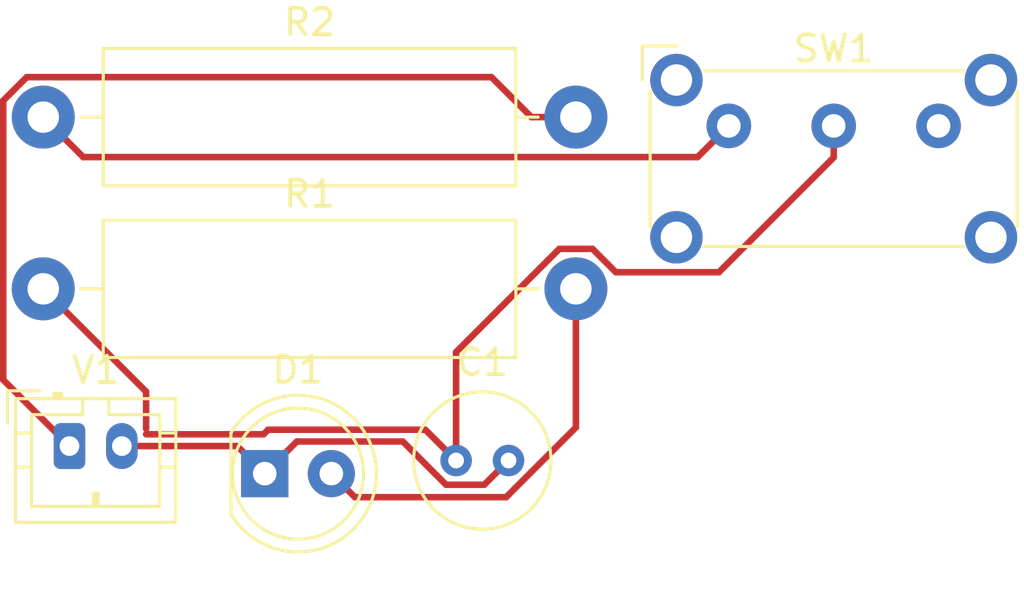
<source format=kicad_pcb>
(kicad_pcb (version 20211014) (generator pcbnew)
  (layers (0 "F.Cu" signal) (31 "B.Cu" signal) (34 "B.Paste" user) (35 "F.Paste" user) (36 "B.SilkS" user "B.Silkscreen") (37 "F.SilkS" user "F.Silkscreen") (38 "B.Mask" user) (39 "F.Mask" user) (44 "Edge.Cuts" user))
  (net 0 "")
  (net 1 "Net-(C1-Pad1)")
  (net 2 "Net-(C1-Pad2)")
  (net 3 "Net-(R1-Pad2)")
  (net 4 "Net-(R2-Pad1)")
  (net 5 "Net-(R2-Pad2)")
  (footprint "Capacitor_THT:C_Radial_D5.0mm_H5.0mm_P2.00mm" (layer "F.Cu") (at 144.78 96.52)
    (fp_text reference "C1" (at 1 -3.75) (layer "F.SilkS"))
    (fp_text value "4.7 uF")
    (fp_circle (center 1 0) (end 3.62 0) (layer "F.SilkS") (width 0.12) (fill none))
    (pad "1" thru_hole circle (at 0 0) (size 1.2 1.2) (drill 0.6) (layers *.Cu *.Mask) (net 1 "Net-(C1-Pad1)"))
    (pad "2" thru_hole circle (at 2 0) (size 1.2 1.2) (drill 0.6) (layers *.Cu *.Mask) (net 2 "Net-(C1-Pad2)"))
  )
  (footprint "Button_Switch_THT:SW_E-Switch_EG1224_SPDT_Angled" (layer "F.Cu") (at 155.185 83.755)
    (fp_text reference "SW1" (at 4 -2.95) (layer "F.SilkS"))
    (fp_text value "SW_SPST")
    (fp_line (start -3.3 -1.75) (end -3.3 -3.05) (layer "F.SilkS") (width 0.12))
    (fp_line (start -3 3.85) (end -3 -1.35) (layer "F.SilkS") (width 0.12))
    (fp_line (start -0.95 -2.1) (end 8.95 -2.1) (layer "F.SilkS") (width 0.12))
    (fp_line (start 11 -1.35) (end 11 3.85) (layer "F.SilkS") (width 0.12))
    (fp_line (start -3.3 -3.05) (end -2 -3.05) (layer "F.SilkS") (width 0.12))
    (fp_line (start 8.95 4.6) (end -0.95 4.6) (layer "F.SilkS") (width 0.12))
    (pad "" thru_hole circle (at 10 4.25) (size 2 2) (drill 1.2) (layers *.Cu *.Mask))
    (pad "" thru_hole circle (at -2 -1.75) (size 2 2) (drill 1.2) (layers *.Cu *.Mask))
    (pad "" thru_hole circle (at -2 4.25) (size 2 2) (drill 1.2) (layers *.Cu *.Mask))
    (pad "" thru_hole circle (at 10 -1.75) (size 2 2) (drill 1.2) (layers *.Cu *.Mask))
    (pad "1" thru_hole circle (at 0 0) (size 1.7 1.7) (drill 0.9) (layers *.Cu *.Mask) (net 4 "Net-(R2-Pad1)"))
    (pad "2" thru_hole circle (at 4 0) (size 1.7 1.7) (drill 0.9) (layers *.Cu *.Mask) (net 1 "Net-(C1-Pad1)"))
    (pad "3" thru_hole circle (at 8 0) (size 1.7 1.7) (drill 0.9) (layers *.Cu *.Mask))
  )
  (footprint "LED_THT:LED_D5.0mm" (layer "F.Cu") (at 137.48 97.02)
    (fp_text reference "D1" (at 1.27 -3.96) (layer "F.SilkS"))
    (fp_text value "LED")
    (fp_line (start -1.29 -1.545) (end -1.29 1.545) (layer "F.SilkS") (width 0.12))
    (fp_arc (start -1.29 -1.54483) (mid 2.072002 -2.880433) (end 4.26 0.000462) (layer "F.SilkS") (width 0.12))
    (fp_arc (start 4.26 -0.000462) (mid 2.072002 2.880433) (end -1.29 1.54483) (layer "F.SilkS") (width 0.12))
    (fp_circle (center 1.27 0) (end 3.77 0) (layer "F.SilkS") (width 0.12) (fill none))
    (pad "1" thru_hole rect (at 0 0) (size 1.8 1.8) (drill 0.9) (layers *.Cu *.Mask) (net 2 "Net-(C1-Pad2)"))
    (pad "2" thru_hole circle (at 2.54 0) (size 1.8 1.8) (drill 0.9) (layers *.Cu *.Mask) (net 3 "Net-(R1-Pad2)"))
  )
  (footprint "Resistor_THT:R_Axial_DIN0516_L15.5mm_D5.0mm_P20.32mm_Horizontal" (layer "F.Cu") (at 129.03 83.42)
    (fp_text reference "R2" (at 10.16 -3.62) (layer "F.SilkS"))
    (fp_text value "2.2 k")
    (fp_line (start 18.88 0) (end 18.03 0) (layer "F.SilkS") (width 0.12))
    (fp_line (start 1.44 0) (end 2.29 0) (layer "F.SilkS") (width 0.12))
    (fp_line (start 2.29 -2.62) (end 2.29 2.62) (layer "F.SilkS") (width 0.12))
    (fp_line (start 18.03 -2.62) (end 2.29 -2.62) (layer "F.SilkS") (width 0.12))
    (fp_line (start 18.03 2.62) (end 18.03 -2.62) (layer "F.SilkS") (width 0.12))
    (fp_line (start 2.29 2.62) (end 18.03 2.62) (layer "F.SilkS") (width 0.12))
    (pad "1" thru_hole circle (at 0 0) (size 2.4 2.4) (drill 1.2) (layers *.Cu *.Mask) (net 4 "Net-(R2-Pad1)"))
    (pad "2" thru_hole oval (at 20.32 0) (size 2.4 2.4) (drill 1.2) (layers *.Cu *.Mask) (net 5 "Net-(R2-Pad2)"))
  )
  (footprint "Connector_JST:JST_PH_B2B-PH-K_1x02_P2.00mm_Vertical" (layer "F.Cu") (at 130.03 95.97)
    (fp_text reference "V1" (at 1 -2.9) (layer "F.SilkS"))
    (fp_text value "9V")
    (fp_line (start -1.45 2.3) (end 3.45 2.3) (layer "F.SilkS") (width 0.12))
    (fp_line (start -2.06 2.91) (end 4.06 2.91) (layer "F.SilkS") (width 0.12))
    (fp_line (start -1.45 -1.2) (end -1.45 2.3) (layer "F.SilkS") (width 0.12))
    (fp_line (start -2.06 -0.5) (end -1.45 -0.5) (layer "F.SilkS") (width 0.12))
    (fp_line (start 1 2.3) (end 1 1.8) (layer "F.SilkS") (width 0.12))
    (fp_line (start 0.5 -1.81) (end 0.5 -1.2) (layer "F.SilkS") (width 0.12))
    (fp_line (start -0.3 -1.81) (end -0.3 -2.01) (layer "F.SilkS") (width 0.12))
    (fp_line (start -0.3 -2.01) (end -0.6 -2.01) (layer "F.SilkS") (width 0.12))
    (fp_line (start 4.06 -0.5) (end 3.45 -0.5) (layer "F.SilkS") (width 0.12))
    (fp_line (start -2.06 0.8) (end -1.45 0.8) (layer "F.SilkS") (width 0.12))
    (fp_line (start 0.9 1.8) (end 1.1 1.8) (layer "F.SilkS") (width 0.12))
    (fp_line (start 4.06 2.91) (end 4.06 -1.81) (layer "F.SilkS") (width 0.12))
    (fp_line (start -0.6 -2.01) (end -0.6 -1.81) (layer "F.SilkS") (width 0.12))
    (fp_line (start -1.11 -2.11) (end -2.36 -2.11) (layer "F.SilkS") (width 0.12))
    (fp_line (start 3.45 -1.2) (end 1.5 -1.2) (layer "F.SilkS") (width 0.12))
    (fp_line (start 4.06 -1.81) (end -2.06 -1.81) (layer "F.SilkS") (width 0.12))
    (fp_line (start 4.06 0.8) (end 3.45 0.8) (layer "F.SilkS") (width 0.12))
    (fp_line (start 0.9 2.3) (end 0.9 1.8) (layer "F.SilkS") (width 0.12))
    (fp_line (start -2.36 -2.11) (end -2.36 -0.86) (layer "F.SilkS") (width 0.12))
    (fp_line (start -2.06 -1.81) (end -2.06 2.91) (layer "F.SilkS") (width 0.12))
    (fp_line (start 0.5 -1.2) (end -1.45 -1.2) (layer "F.SilkS") (width 0.12))
    (fp_line (start 1.5 -1.2) (end 1.5 -1.81) (layer "F.SilkS") (width 0.12))
    (fp_line (start 3.45 2.3) (end 3.45 -1.2) (layer "F.SilkS") (width 0.12))
    (fp_line (start 1.1 1.8) (end 1.1 2.3) (layer "F.SilkS") (width 0.12))
    (fp_line (start -0.3 -1.91) (end -0.6 -1.91) (layer "F.SilkS") (width 0.12))
    (pad "1" thru_hole roundrect (at 0 0) (size 1.2 1.75) (drill 0.75) (layers *.Cu *.Mask) (roundrect_rratio 0.208333) (net 5 "Net-(R2-Pad2)"))
    (pad "2" thru_hole oval (at 2 0) (size 1.2 1.75) (drill 0.75) (layers *.Cu *.Mask) (net 2 "Net-(C1-Pad2)"))
  )
  (footprint "Resistor_THT:R_Axial_DIN0516_L15.5mm_D5.0mm_P20.32mm_Horizontal" (layer "F.Cu") (at 129.03 89.97)
    (fp_text reference "R1" (at 10.16 -3.62) (layer "F.SilkS"))
    (fp_text value "20 k")
    (fp_line (start 2.29 -2.62) (end 2.29 2.62) (layer "F.SilkS") (width 0.12))
    (fp_line (start 2.29 2.62) (end 18.03 2.62) (layer "F.SilkS") (width 0.12))
    (fp_line (start 1.44 0) (end 2.29 0) (layer "F.SilkS") (width 0.12))
    (fp_line (start 18.88 0) (end 18.03 0) (layer "F.SilkS") (width 0.12))
    (fp_line (start 18.03 -2.62) (end 2.29 -2.62) (layer "F.SilkS") (width 0.12))
    (fp_line (start 18.03 2.62) (end 18.03 -2.62) (layer "F.SilkS") (width 0.12))
    (pad "1" thru_hole circle (at 0 0) (size 2.4 2.4) (drill 1.2) (layers *.Cu *.Mask) (net 1 "Net-(C1-Pad1)"))
    (pad "2" thru_hole oval (at 20.32 0) (size 2.4 2.4) (drill 1.2) (layers *.Cu *.Mask) (net 3 "Net-(R1-Pad2)"))
  )
  (segment (start 132.955 93.895) (end 132.955 95.311852) (width 0.25) (layer "F.Cu") (net 1))
  (segment (start 150.875 89.338324) (end 149.981676 88.445) (width 0.25) (layer "F.Cu") (net 1))
  (segment (start 159.185 83.755) (end 159.185 84.957081) (width 0.25) (layer "F.Cu") (net 1))
  (segment (start 154.803757 89.338324) (end 150.875 89.338324) (width 0.25) (layer "F.Cu") (net 1))
  (segment (start 144.78 92.383324) (end 144.78 96.52) (width 0.25) (layer "F.Cu") (net 1))
  (segment (start 137.435 95.52) (end 132.955 95.52) (width 0.25) (layer "F.Cu") (net 1))
  (segment (start 137.61 95.345) (end 143.605 95.345) (width 0.25) (layer "F.Cu") (net 1))
  (segment (start 159.185 84.957081) (end 154.803757 89.338324) (width 0.25) (layer "F.Cu") (net 1))
  (segment (start 129.03 89.97) (end 132.955 93.895) (width 0.25) (layer "F.Cu") (net 1))
  (segment (start 137.61 95.345) (end 137.435 95.52) (width 0.25) (layer "F.Cu") (net 1))
  (segment (start 143.605 95.345) (end 144.78 96.52) (width 0.25) (layer "F.Cu") (net 1))
  (segment (start 148.718324 88.445) (end 144.78 92.383324) (width 0.25) (layer "F.Cu") (net 1))
  (segment (start 149.981676 88.445) (end 148.718324 88.445) (width 0.25) (layer "F.Cu") (net 1))
  (segment (start 138.705 95.795) (end 142.746852 95.795) (width 0.25) (layer "F.Cu") (net 2))
  (segment (start 145.855 97.445) (end 146.78 96.52) (width 0.25) (layer "F.Cu") (net 2))
  (segment (start 144.396852 97.445) (end 145.855 97.445) (width 0.25) (layer "F.Cu") (net 2))
  (segment (start 132.03 95.97) (end 136.43 95.97) (width 0.25) (layer "F.Cu") (net 2))
  (segment (start 142.746852 95.795) (end 144.396852 97.445) (width 0.25) (layer "F.Cu") (net 2))
  (segment (start 136.43 95.97) (end 137.48 97.02) (width 0.25) (layer "F.Cu") (net 2))
  (segment (start 137.48 97.02) (end 138.705 95.795) (width 0.25) (layer "F.Cu") (net 2))
  (segment (start 146.688148 97.92) (end 149.35 95.258148) (width 0.25) (layer "F.Cu") (net 3))
  (segment (start 140.92 97.92) (end 146.688148 97.92) (width 0.25) (layer "F.Cu") (net 3))
  (segment (start 149.35 95.258148) (end 149.35 89.97) (width 0.25) (layer "F.Cu") (net 3))
  (segment (start 140.02 97.02) (end 140.92 97.92) (width 0.25) (layer "F.Cu") (net 3))
  (segment (start 129.03 83.42) (end 130.555 84.945) (width 0.25) (layer "F.Cu") (net 4))
  (segment (start 153.995 84.945) (end 155.185 83.755) (width 0.25) (layer "F.Cu") (net 4))
  (segment (start 130.555 84.945) (end 153.995 84.945) (width 0.25) (layer "F.Cu") (net 4))
  (segment (start 127.505 93.445) (end 130.03 95.97) (width 0.25) (layer "F.Cu") (net 5))
  (segment (start 149.35 83.42) (end 147.652944 83.42) (width 0.25) (layer "F.Cu") (net 5))
  (segment (start 146.127944 81.895) (end 128.398324 81.895) (width 0.25) (layer "F.Cu") (net 5))
  (segment (start 128.398324 81.895) (end 127.505 82.788324) (width 0.25) (layer "F.Cu") (net 5))
  (segment (start 127.505 82.788324) (end 127.505 93.445) (width 0.25) (layer "F.Cu") (net 5))
  (segment (start 147.652944 83.42) (end 146.127944 81.895) (width 0.25) (layer "F.Cu") (net 5))
)
</source>
